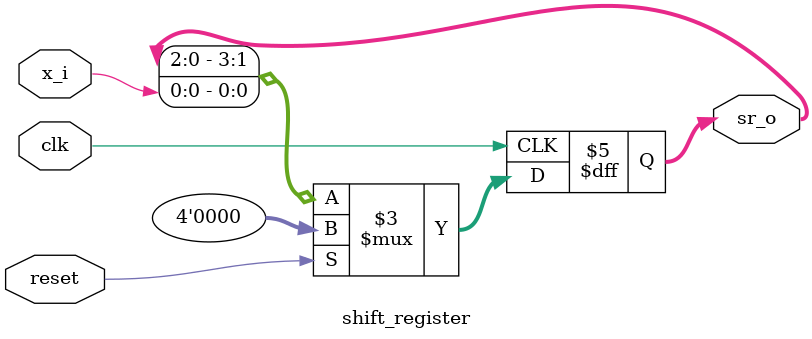
<source format=sv>
module shift_register(
input     wire        clk,
input     wire        reset,
input     wire        x_i,  

output    logic[3:0]   sr_o  

);

always_ff@(posedge clk)begin

if(reset)
begin
sr_o <= 0;
end
else
begin
sr_o <= {sr_o[2:0],x_i};
end
end
endmodule
</source>
